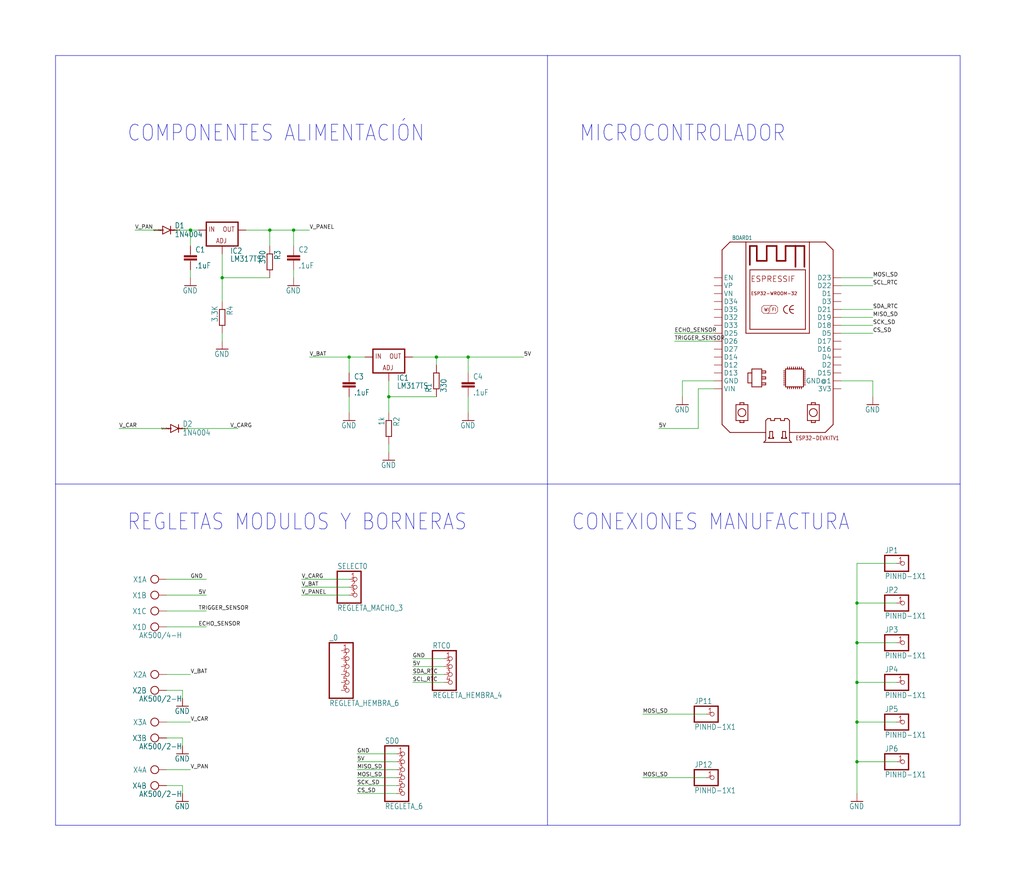
<source format=kicad_sch>
(kicad_sch (version 20250114) (generator "eeschema") (generator_version "9.0")
  (paper "User" 327.812 284.632)
  (lib_symbols
    (symbol "BOARD-eagle-import:AK500/2-H"
      (property "Reference" "X" (at -1.27 0.889 0))
      (symbol "AK500/2-H_1_0"
        (circle (center 1.27 0) (radius 1.27) (stroke (width 0.254)))
        (pin passive line (at 5.08 0 180) (length 2.54) (name "KL") (number "1"))
      )
      (symbol "AK500/2-H_2_0"
        (circle (center 1.27 0) (radius 1.27) (stroke (width 0.254)))
        (pin passive line (at 5.08 0 180) (length 2.54) (name "KL") (number "2"))
      )
    )
    (symbol "BOARD-eagle-import:AK500/4-H"
      (property "Reference" "X" (at -1.27 0.889 0))
      (symbol "AK500/4-H_1_0"
        (circle (center 1.27 0) (radius 1.27) (stroke (width 0.254)))
        (pin passive line (at 5.08 0 180) (length 2.54) (name "KL") (number "1"))
      )
      (symbol "AK500/4-H_2_0"
        (circle (center 1.27 0) (radius 1.27) (stroke (width 0.254)))
        (pin passive line (at 5.08 0 180) (length 2.54) (name "KL") (number "2"))
      )
      (symbol "AK500/4-H_3_0"
        (circle (center 1.27 0) (radius 1.27) (stroke (width 0.254)))
        (pin passive line (at 5.08 0 180) (length 2.54) (name "KL") (number "3"))
      )
      (symbol "AK500/4-H_4_0"
        (circle (center 1.27 0) (radius 1.27) (stroke (width 0.254)))
        (pin passive line (at 5.08 0 180) (length 2.54) (name "KL") (number "4"))
      )
    )
    (symbol "BOARD-eagle-import:C5/2.5"
      (property "Reference" "C" (at 1.524 0.381 0))
      (symbol "C5/2.5_1_0"
        (rectangle (start -2.032 -1.016) (end 2.032 -0.508) (fill (type outline)))
        (rectangle (start -2.032 -2.032) (end 2.032 -1.524) (fill (type outline)))
        (polyline (pts (xy 0 0) (xy 0 -0.508)) (stroke (width 0.1524)))
        (polyline (pts (xy 0 -2.54) (xy 0 -2.032)) (stroke (width 0.1524)))
        (pin passive line (at 0 2.54 270) (length 2.54) (name "1") (number "1"))
        (pin passive line (at 0 -5.08 90) (length 2.54) (name "2") (number "2"))
      )
    )
    (symbol "BOARD-eagle-import:DIODE-D-7.5"
      (property "Reference" "D" (at 2.54 0.4826 0))
      (symbol "DIODE-D-7.5_1_0"
        (polyline (pts (xy -1.27 1.27) (xy -1.27 0)) (stroke (width 0.254)))
        (polyline (pts (xy -1.27 0) (xy -2.54 0)) (stroke (width 0.254)))
        (polyline (pts (xy -1.27 0) (xy -1.27 -1.27)) (stroke (width 0.254)))
        (polyline (pts (xy -1.27 -1.27) (xy 1.27 0)) (stroke (width 0.254)))
        (polyline (pts (xy 1.27 1.27) (xy 1.27 0)) (stroke (width 0.254)))
        (polyline (pts (xy 1.27 0) (xy -1.27 1.27)) (stroke (width 0.254)))
        (polyline (pts (xy 1.27 0) (xy 1.27 -1.27)) (stroke (width 0.254)))
        (polyline (pts (xy 2.54 0) (xy 1.27 0)) (stroke (width 0.254)))
        (text "SpiceOrder 1" (at -2.54 0 0) (effects (font (size 0.4064 0.3454))))
        (text "SpiceOrder 2" (at 2.54 0 0) (effects (font (size 0.4064 0.3454))))
        (pin passive line (at -2.54 0 0) (length 0) (name "A") (number "A"))
        (pin passive line (at 2.54 0 180) (length 0) (name "C") (number "C"))
      )
    )
    (symbol "BOARD-eagle-import:ESP32DEVKITV1"
      (property "Reference" "BOARD" (at 3.175 57.785 0))
      (symbol "ESP32DEVKITV1_1_0"
        (polyline (pts (xy 0 54.61) (xy 2.54 57.15)) (stroke (width 0.254)))
        (polyline (pts (xy 0 -1.27) (xy 0 54.61)) (stroke (width 0.254)))
        (polyline (pts (xy 2.54 57.15) (xy 7.62 57.15)) (stroke (width 0.254)))
        (polyline (pts (xy 2.54 -3.81) (xy 0 -1.27)) (stroke (width 0.254)))
        (polyline (pts (xy 4.445 5.08) (xy 5.715 5.08)) (stroke (width 0.254)))
        (polyline (pts (xy 4.445 0) (xy 4.445 5.08)) (stroke (width 0.254)))
        (polyline (pts (xy 5.715 5.715) (xy 6.985 5.715)) (stroke (width 0.254)))
        (polyline (pts (xy 5.715 5.08) (xy 5.715 5.715)) (stroke (width 0.254)))
        (polyline (pts (xy 5.715 5.08) (xy 6.985 5.08)) (stroke (width 0.254)))
        (polyline (pts (xy 5.715 0) (xy 4.445 0)) (stroke (width 0.254)))
        (polyline (pts (xy 5.715 0) (xy 5.715 -0.635)) (stroke (width 0.254)))
        (polyline (pts (xy 5.715 -0.635) (xy 6.985 -0.635)) (stroke (width 0.254)))
        (circle (center 6.35 2.54) (radius 1.27) (stroke (width 0.254)))
        (polyline (pts (xy 6.985 5.715) (xy 6.985 5.08)) (stroke (width 0.254)))
        (polyline (pts (xy 6.985 5.08) (xy 8.255 5.08)) (stroke (width 0.254)))
        (polyline (pts (xy 6.985 0) (xy 5.715 0)) (stroke (width 0.254)))
        (polyline (pts (xy 6.985 -0.635) (xy 6.985 0)) (stroke (width 0.254)))
        (polyline (pts (xy 7.62 57.15) (xy 27.94 57.15)) (stroke (width 0.254)))
        (polyline (pts (xy 7.62 27.94) (xy 7.62 57.15)) (stroke (width 0.254)))
        (polyline (pts (xy 7.62 27.94) (xy 27.94 27.94)) (stroke (width 0.254)))
        (polyline (pts (xy 8.255 15.24) (xy 9.525 15.24)) (stroke (width 0.254)))
        (polyline (pts (xy 8.255 12.065) (xy 8.255 15.24)) (stroke (width 0.254)))
        (polyline (pts (xy 8.255 12.065) (xy 9.525 12.065)) (stroke (width 0.254)))
        (polyline (pts (xy 8.255 5.08) (xy 8.255 0)) (stroke (width 0.254)))
        (polyline (pts (xy 8.255 0) (xy 6.985 0)) (stroke (width 0.254)))
        (polyline (pts (xy 8.89 55.88) (xy 11.1125 55.88)) (stroke (width 0.508)))
        (polyline (pts (xy 8.89 49.8475) (xy 8.89 55.88)) (stroke (width 0.508)))
        (polyline (pts (xy 8.89 48.26) (xy 8.89 29.21)) (stroke (width 0.254)))
        (polyline (pts (xy 8.89 29.21) (xy 26.67 29.21)) (stroke (width 0.254)))
        (polyline (pts (xy 9.525 16.51) (xy 9.525 15.24)) (stroke (width 0.254)))
        (polyline (pts (xy 9.525 15.24) (xy 9.525 12.065)) (stroke (width 0.254)))
        (polyline (pts (xy 9.525 12.065) (xy 9.525 10.795)) (stroke (width 0.254)))
        (polyline (pts (xy 9.525 10.795) (xy 12.7 10.795)) (stroke (width 0.254)))
        (polyline (pts (xy 11.1125 55.88) (xy 11.1125 51.1175)) (stroke (width 0.508)))
        (polyline (pts (xy 11.1125 51.1175) (xy 14.2875 51.1175)) (stroke (width 0.508)))
        (polyline (pts (xy 12.7 36.195) (xy 13.335 36.83)) (stroke (width 0.127)))
        (polyline (pts (xy 12.7 34.925) (xy 12.7 36.195)) (stroke (width 0.127)))
        (polyline (pts (xy 12.7 16.51) (xy 9.525 16.51)) (stroke (width 0.254)))
        (polyline (pts (xy 12.7 15.875) (xy 12.7 16.51)) (stroke (width 0.254)))
        (polyline (pts (xy 12.7 15.24) (xy 12.7 15.875)) (stroke (width 0.254)))
        (polyline (pts (xy 12.7 15.24) (xy 13.97 15.24)) (stroke (width 0.254)))
        (polyline (pts (xy 12.7 13.97) (xy 12.7 15.24)) (stroke (width 0.254)))
        (polyline (pts (xy 12.7 13.335) (xy 12.7 13.97)) (stroke (width 0.254)))
        (polyline (pts (xy 12.7 13.335) (xy 13.97 13.335)) (stroke (width 0.254)))
        (polyline (pts (xy 12.7 12.065) (xy 12.7 13.335)) (stroke (width 0.254)))
        (polyline (pts (xy 12.7 11.43) (xy 12.7 12.065)) (stroke (width 0.254)))
        (polyline (pts (xy 12.7 11.43) (xy 13.97 11.43)) (stroke (width 0.254)))
        (polyline (pts (xy 12.7 10.795) (xy 12.7 11.43)) (stroke (width 0.254)))
        (polyline (pts (xy 13.335 36.83) (xy 15.875 36.83)) (stroke (width 0.127)))
        (polyline (pts (xy 13.335 34.29) (xy 12.7 34.925)) (stroke (width 0.127)))
        (polyline (pts (xy 13.335 -6.985) (xy 22.225 -6.985)) (stroke (width 0.254)))
        (polyline (pts (xy 13.97 15.875) (xy 12.7 15.875)) (stroke (width 0.254)))
        (polyline (pts (xy 13.97 15.24) (xy 13.97 15.875)) (stroke (width 0.254)))
        (polyline (pts (xy 13.97 13.97) (xy 12.7 13.97)) (stroke (width 0.254)))
        (polyline (pts (xy 13.97 13.335) (xy 13.97 13.97)) (stroke (width 0.254)))
        (polyline (pts (xy 13.97 12.065) (xy 12.7 12.065)) (stroke (width 0.254)))
        (polyline (pts (xy 13.97 11.43) (xy 13.97 12.065)) (stroke (width 0.254)))
        (polyline (pts (xy 13.97 0) (xy 14.605 0.635)) (stroke (width 0.254)))
        (polyline (pts (xy 13.97 -3.81) (xy 2.54 -3.81)) (stroke (width 0.254)))
        (polyline (pts (xy 13.97 -3.81) (xy 13.97 0)) (stroke (width 0.254)))
        (polyline (pts (xy 13.97 -3.81) (xy 13.97 -6.35)) (stroke (width 0.254)))
        (polyline (pts (xy 13.97 -6.35) (xy 13.335 -6.985)) (stroke (width 0.254)))
        (polyline (pts (xy 14.2875 55.88) (xy 17.4625 55.88)) (stroke (width 0.508)))
        (polyline (pts (xy 14.2875 51.1175) (xy 14.2875 55.88)) (stroke (width 0.508)))
        (polyline (pts (xy 14.605 34.29) (xy 13.335 34.29)) (stroke (width 0.127)))
        (polyline (pts (xy 14.605 0.635) (xy 15.5575 0.635)) (stroke (width 0.254)))
        (polyline (pts (xy 14.9225 -5.3975) (xy 15.24 -5.3975)) (stroke (width 0.254)))
        (polyline (pts (xy 14.9225 -5.715) (xy 14.9225 -5.3975)) (stroke (width 0.254)))
        (polyline (pts (xy 15.24 36.195) (xy 15.24 34.925)) (stroke (width 0.127)))
        (polyline (pts (xy 15.24 34.925) (xy 14.605 34.29)) (stroke (width 0.127)))
        (polyline (pts (xy 15.24 -3.4925) (xy 16.1925 -3.4925)) (stroke (width 0.254)))
        (polyline (pts (xy 15.24 -5.3975) (xy 15.24 -3.4925)) (stroke (width 0.254)))
        (polyline (pts (xy 15.5575 0.635) (xy 15.5575 0)) (stroke (width 0.254)))
        (polyline (pts (xy 15.5575 0) (xy 16.8275 0)) (stroke (width 0.254)))
        (polyline (pts (xy 15.875 36.83) (xy 15.24 36.195)) (stroke (width 0.127)))
        (polyline (pts (xy 15.875 36.83) (xy 17.145 36.83)) (stroke (width 0.127)))
        (polyline (pts (xy 16.1925 -3.4925) (xy 16.1925 -5.3975)) (stroke (width 0.254)))
        (polyline (pts (xy 16.51 -5.3975) (xy 16.1925 -5.3975)) (stroke (width 0.254)))
        (polyline (pts (xy 16.51 -5.715) (xy 14.9225 -5.715)) (stroke (width 0.254)))
        (polyline (pts (xy 16.51 -5.715) (xy 16.51 -5.3975)) (stroke (width 0.254)))
        (polyline (pts (xy 16.8275 0.635) (xy 18.7325 0.635)) (stroke (width 0.254)))
        (polyline (pts (xy 16.8275 0) (xy 16.8275 0.635)) (stroke (width 0.254)))
        (polyline (pts (xy 17.145 36.83) (xy 17.78 36.195)) (stroke (width 0.127)))
        (polyline (pts (xy 17.145 34.29) (xy 14.605 34.29)) (stroke (width 0.127)))
        (polyline (pts (xy 17.4625 55.88) (xy 17.4625 51.1175)) (stroke (width 0.508)))
        (polyline (pts (xy 17.4625 51.1175) (xy 20.32 51.1175)) (stroke (width 0.508)))
        (polyline (pts (xy 17.78 36.195) (xy 17.78 34.925)) (stroke (width 0.127)))
        (polyline (pts (xy 17.78 34.925) (xy 17.145 34.29)) (stroke (width 0.127)))
        (polyline (pts (xy 18.7325 0.635) (xy 18.7325 0)) (stroke (width 0.254)))
        (polyline (pts (xy 18.7325 0) (xy 20.0025 0)) (stroke (width 0.254)))
        (polyline (pts (xy 19.05 -5.3975) (xy 19.3675 -5.3975)) (stroke (width 0.254)))
        (polyline (pts (xy 19.05 -5.715) (xy 19.05 -5.3975)) (stroke (width 0.254)))
        (polyline (pts (xy 19.3675 -3.4925) (xy 20.32 -3.4925)) (stroke (width 0.254)))
        (polyline (pts (xy 19.3675 -5.3975) (xy 19.3675 -3.4925)) (stroke (width 0.254)))
        (polyline (pts (xy 20.0025 0.635) (xy 20.955 0.635)) (stroke (width 0.254)))
        (polyline (pts (xy 20.0025 0) (xy 20.0025 0.635)) (stroke (width 0.254)))
        (polyline (pts (xy 20.32 55.88) (xy 23.495 55.88)) (stroke (width 0.508)))
        (polyline (pts (xy 20.32 51.1175) (xy 20.32 55.88)) (stroke (width 0.508)))
        (polyline (pts (xy 20.32 16.51) (xy 20.955 16.51)) (stroke (width 0.254)))
        (polyline (pts (xy 20.32 15.875) (xy 19.685 15.875)) (stroke (width 0.254)))
        (polyline (pts (xy 20.32 15.875) (xy 20.32 16.51)) (stroke (width 0.254)))
        (polyline (pts (xy 20.32 15.24) (xy 19.685 15.24)) (stroke (width 0.254)))
        (polyline (pts (xy 20.32 15.24) (xy 20.32 15.875)) (stroke (width 0.254)))
        (polyline (pts (xy 20.32 14.605) (xy 19.685 14.605)) (stroke (width 0.254)))
        (polyline (pts (xy 20.32 14.605) (xy 20.32 15.24)) (stroke (width 0.254)))
        (polyline (pts (xy 20.32 13.97) (xy 19.685 13.97)) (stroke (width 0.254)))
        (polyline (pts (xy 20.32 13.97) (xy 20.32 14.605)) (stroke (width 0.254)))
        (polyline (pts (xy 20.32 13.335) (xy 19.685 13.335)) (stroke (width 0.254)))
        (polyline (pts (xy 20.32 13.335) (xy 20.32 13.97)) (stroke (width 0.254)))
        (polyline (pts (xy 20.32 12.7) (xy 19.685 12.7)) (stroke (width 0.254)))
        (polyline (pts (xy 20.32 12.7) (xy 20.32 13.335)) (stroke (width 0.254)))
        (polyline (pts (xy 20.32 12.065) (xy 19.685 12.065)) (stroke (width 0.254)))
        (polyline (pts (xy 20.32 12.065) (xy 20.32 12.7)) (stroke (width 0.254)))
        (polyline (pts (xy 20.32 11.43) (xy 19.685 11.43)) (stroke (width 0.254)))
        (polyline (pts (xy 20.32 11.43) (xy 20.32 12.065)) (stroke (width 0.254)))
        (polyline (pts (xy 20.32 10.795) (xy 20.32 11.43)) (stroke (width 0.254)))
        (polyline (pts (xy 20.32 -3.4925) (xy 20.32 -5.3975)) (stroke (width 0.254)))
        (polyline (pts (xy 20.6375 -5.3975) (xy 20.32 -5.3975)) (stroke (width 0.254)))
        (polyline (pts (xy 20.6375 -5.715) (xy 19.05 -5.715)) (stroke (width 0.254)))
        (polyline (pts (xy 20.6375 -5.715) (xy 20.6375 -5.3975)) (stroke (width 0.254)))
        (arc (start 20.955 34.29) (mid 19.685 35.56) (end 20.955 36.83) (stroke (width 0.254)))
        (polyline (pts (xy 20.955 16.51) (xy 20.955 17.145)) (stroke (width 0.254)))
        (polyline (pts (xy 20.955 16.51) (xy 21.59 16.51)) (stroke (width 0.254)))
        (polyline (pts (xy 20.955 10.795) (xy 20.32 10.795)) (stroke (width 0.254)))
        (polyline (pts (xy 20.955 10.795) (xy 20.955 10.16)) (stroke (width 0.254)))
        (polyline (pts (xy 20.955 0.635) (xy 21.59 0)) (stroke (width 0.254)))
        (polyline (pts (xy 21.59 35.56) (xy 22.86 35.56)) (stroke (width 0.254)))
        (polyline (pts (xy 21.59 16.51) (xy 21.59 17.145)) (stroke (width 0.254)))
        (polyline (pts (xy 21.59 16.51) (xy 22.225 16.51)) (stroke (width 0.254)))
        (polyline (pts (xy 21.59 10.795) (xy 20.955 10.795)) (stroke (width 0.254)))
        (polyline (pts (xy 21.59 10.795) (xy 21.59 10.16)) (stroke (width 0.254)))
        (polyline (pts (xy 21.59 0) (xy 21.59 -3.81)) (stroke (width 0.254)))
        (polyline (pts (xy 21.59 -3.81) (xy 21.59 -6.35)) (stroke (width 0.254)))
        (polyline (pts (xy 21.59 -6.35) (xy 22.225 -6.985)) (stroke (width 0.254)))
        (polyline (pts (xy 22.225 16.51) (xy 22.225 17.145)) (stroke (width 0.254)))
        (polyline (pts (xy 22.225 16.51) (xy 22.86 16.51)) (stroke (width 0.254)))
        (polyline (pts (xy 22.225 10.795) (xy 21.59 10.795)) (stroke (width 0.254)))
        (polyline (pts (xy 22.225 10.795) (xy 22.225 10.16)) (stroke (width 0.254)))
        (arc (start 21.59 35.56) (mid 21.962 36.458) (end 22.86 36.83) (stroke (width 0.254)))
        (arc (start 22.86 34.29) (mid 21.962 34.662) (end 21.59 35.56) (stroke (width 0.254)))
        (polyline (pts (xy 22.86 16.51) (xy 22.86 17.145)) (stroke (width 0.254)))
        (polyline (pts (xy 22.86 16.51) (xy 23.495 16.51)) (stroke (width 0.254)))
        (polyline (pts (xy 22.86 10.795) (xy 22.225 10.795)) (stroke (width 0.254)))
        (polyline (pts (xy 22.86 10.795) (xy 22.86 10.16)) (stroke (width 0.254)))
        (polyline (pts (xy 23.495 55.88) (xy 23.495 49.2125)) (stroke (width 0.508)))
        (polyline (pts (xy 23.495 55.88) (xy 26.3525 55.88)) (stroke (width 0.508)))
        (polyline (pts (xy 23.495 16.51) (xy 23.495 17.145)) (stroke (width 0.254)))
        (polyline (pts (xy 23.495 16.51) (xy 24.13 16.51)) (stroke (width 0.254)))
        (polyline (pts (xy 23.495 10.795) (xy 22.86 10.795)) (stroke (width 0.254)))
        (polyline (pts (xy 23.495 10.795) (xy 23.495 10.16)) (stroke (width 0.254)))
        (polyline (pts (xy 24.13 16.51) (xy 24.13 17.145)) (stroke (width 0.254)))
        (polyline (pts (xy 24.13 16.51) (xy 24.765 16.51)) (stroke (width 0.254)))
        (polyline (pts (xy 24.13 10.795) (xy 23.495 10.795)) (stroke (width 0.254)))
        (polyline (pts (xy 24.13 10.795) (xy 24.13 10.16)) (stroke (width 0.254)))
        (polyline (pts (xy 24.765 16.51) (xy 24.765 17.145)) (stroke (width 0.254)))
        (polyline (pts (xy 24.765 16.51) (xy 25.4 16.51)) (stroke (width 0.254)))
        (polyline (pts (xy 24.765 10.795) (xy 24.13 10.795)) (stroke (width 0.254)))
        (polyline (pts (xy 24.765 10.795) (xy 24.765 10.16)) (stroke (width 0.254)))
        (polyline (pts (xy 25.4 16.51) (xy 25.4 17.145)) (stroke (width 0.254)))
        (polyline (pts (xy 25.4 16.51) (xy 26.035 16.51)) (stroke (width 0.254)))
        (polyline (pts (xy 25.4 10.795) (xy 24.765 10.795)) (stroke (width 0.254)))
        (polyline (pts (xy 25.4 10.795) (xy 25.4 10.16)) (stroke (width 0.254)))
        (polyline (pts (xy 26.035 16.51) (xy 26.035 15.875)) (stroke (width 0.254)))
        (polyline (pts (xy 26.035 15.875) (xy 26.035 15.24)) (stroke (width 0.254)))
        (polyline (pts (xy 26.035 15.875) (xy 26.67 15.875)) (stroke (width 0.254)))
        (polyline (pts (xy 26.035 15.24) (xy 26.035 14.605)) (stroke (width 0.254)))
        (polyline (pts (xy 26.035 15.24) (xy 26.67 15.24)) (stroke (width 0.254)))
        (polyline (pts (xy 26.035 14.605) (xy 26.035 13.97)) (stroke (width 0.254)))
        (polyline (pts (xy 26.035 14.605) (xy 26.67 14.605)) (stroke (width 0.254)))
        (polyline (pts (xy 26.035 13.97) (xy 26.035 13.335)) (stroke (width 0.254)))
        (polyline (pts (xy 26.035 13.97) (xy 26.67 13.97)) (stroke (width 0.254)))
        (polyline (pts (xy 26.035 13.335) (xy 26.035 12.7)) (stroke (width 0.254)))
        (polyline (pts (xy 26.035 13.335) (xy 26.67 13.335)) (stroke (width 0.254)))
        (polyline (pts (xy 26.035 12.7) (xy 26.035 12.065)) (stroke (width 0.254)))
        (polyline (pts (xy 26.035 12.7) (xy 26.67 12.7)) (stroke (width 0.254)))
        (polyline (pts (xy 26.035 12.065) (xy 26.035 11.43)) (stroke (width 0.254)))
        (polyline (pts (xy 26.035 12.065) (xy 26.67 12.065)) (stroke (width 0.254)))
        (polyline (pts (xy 26.035 11.43) (xy 26.035 10.795)) (stroke (width 0.254)))
        (polyline (pts (xy 26.035 11.43) (xy 26.67 11.43)) (stroke (width 0.254)))
        (polyline (pts (xy 26.035 10.795) (xy 25.4 10.795)) (stroke (width 0.254)))
        (polyline (pts (xy 26.3525 55.88) (xy 26.3525 49.2125)) (stroke (width 0.508)))
        (polyline (pts (xy 26.67 48.26) (xy 8.89 48.26)) (stroke (width 0.254)))
        (polyline (pts (xy 26.67 29.21) (xy 26.67 48.26)) (stroke (width 0.254)))
        (polyline (pts (xy 27.305 5.08) (xy 28.575 5.08)) (stroke (width 0.254)))
        (polyline (pts (xy 27.305 0) (xy 27.305 5.08)) (stroke (width 0.254)))
        (polyline (pts (xy 27.94 57.15) (xy 33.02 57.15)) (stroke (width 0.254)))
        (polyline (pts (xy 27.94 27.94) (xy 27.94 57.15)) (stroke (width 0.254)))
        (polyline (pts (xy 28.575 5.715) (xy 29.845 5.715)) (stroke (width 0.254)))
        (polyline (pts (xy 28.575 5.08) (xy 28.575 5.715)) (stroke (width 0.254)))
        (polyline (pts (xy 28.575 5.08) (xy 29.845 5.08)) (stroke (width 0.254)))
        (polyline (pts (xy 28.575 0) (xy 27.305 0)) (stroke (width 0.254)))
        (polyline (pts (xy 28.575 0) (xy 28.575 -0.635)) (stroke (width 0.254)))
        (polyline (pts (xy 28.575 -0.635) (xy 29.845 -0.635)) (stroke (width 0.254)))
        (circle (center 29.21 2.54) (radius 1.27) (stroke (width 0.254)))
        (polyline (pts (xy 29.845 5.715) (xy 29.845 5.08)) (stroke (width 0.254)))
        (polyline (pts (xy 29.845 5.08) (xy 31.115 5.08)) (stroke (width 0.254)))
        (polyline (pts (xy 29.845 0) (xy 28.575 0)) (stroke (width 0.254)))
        (polyline (pts (xy 29.845 -0.635) (xy 29.845 0)) (stroke (width 0.254)))
        (polyline (pts (xy 31.115 5.08) (xy 31.115 0)) (stroke (width 0.254)))
        (polyline (pts (xy 31.115 0) (xy 29.845 0)) (stroke (width 0.254)))
        (polyline (pts (xy 33.02 57.15) (xy 35.56 54.61)) (stroke (width 0.254)))
        (polyline (pts (xy 33.02 -3.81) (xy 21.59 -3.81)) (stroke (width 0.254)))
        (polyline (pts (xy 35.56 54.61) (xy 35.56 -1.27)) (stroke (width 0.254)))
        (polyline (pts (xy 35.56 -1.27) (xy 33.02 -3.81)) (stroke (width 0.254)))
        (text "WI" (at 13.335 34.925 0) (effects (font (size 1.016 1.016)) (justify left bottom)))
        (text "FI" (at 15.875 34.925 0) (effects (font (size 1.016 1.016)) (justify left bottom)))
        (text "ESPRESSIF" (at 23.495 46.355 0) (effects (font (size 1.778 1.778)) (justify right top)))
        (text "ESP32-DEVKITV1" (at 23.495 -6.365 0) (effects (font (size 1.27 1.0795)) (justify left bottom)))
        (text "ESP32-WROOM-32" (at 24.13 41.275 0) (effects (font (size 1.016 1.016)) (justify right top)))
        (pin bidirectional line (at -2.54 45.72 0) (length 2.54) (name "EN") (number "EN"))
        (pin bidirectional line (at -2.54 43.18 0) (length 2.54) (name "VP") (number "VP"))
        (pin bidirectional line (at -2.54 40.64 0) (length 2.54) (name "VN") (number "VN"))
        (pin bidirectional line (at -2.54 38.1 0) (length 2.54) (name "D34") (number "D34"))
        (pin bidirectional line (at -2.54 35.56 0) (length 2.54) (name "D35") (number "D35"))
        (pin bidirectional line (at -2.54 33.02 0) (length 2.54) (name "D32") (number "D32"))
        (pin bidirectional line (at -2.54 30.48 0) (length 2.54) (name "D33") (number "D33"))
        (pin bidirectional line (at -2.54 27.94 0) (length 2.54) (name "D25") (number "D25"))
        (pin bidirectional line (at -2.54 25.4 0) (length 2.54) (name "D26") (number "D26"))
        (pin bidirectional line (at -2.54 22.86 0) (length 2.54) (name "D27") (number "D27"))
        (pin bidirectional line (at -2.54 20.32 0) (length 2.54) (name "D14") (number "D14"))
        (pin bidirectional line (at -2.54 17.78 0) (length 2.54) (name "D12") (number "D12"))
        (pin bidirectional line (at -2.54 15.24 0) (length 2.54) (name "D13") (number "D13"))
        (pin bidirectional line (at -2.54 12.7 0) (length 2.54) (name "GND") (number "GND"))
        (pin bidirectional line (at -2.54 10.16 0) (length 2.54) (name "VIN") (number "VIN"))
        (pin bidirectional line (at 38.1 45.72 180) (length 2.54) (name "D23") (number "D23"))
        (pin bidirectional line (at 38.1 43.18 180) (length 2.54) (name "D22") (number "D22"))
        (pin bidirectional line (at 38.1 40.64 180) (length 2.54) (name "D1") (number "D1"))
        (pin bidirectional line (at 38.1 38.1 180) (length 2.54) (name "D3") (number "D3"))
        (pin bidirectional line (at 38.1 35.56 180) (length 2.54) (name "D21") (number "D21"))
        (pin bidirectional line (at 38.1 33.02 180) (length 2.54) (name "D19") (number "D19"))
        (pin bidirectional line (at 38.1 30.48 180) (length 2.54) (name "D18") (number "D18"))
        (pin bidirectional line (at 38.1 27.94 180) (length 2.54) (name "D5") (number "D5"))
        (pin bidirectional line (at 38.1 25.4 180) (length 2.54) (name "D17") (number "D17"))
        (pin bidirectional line (at 38.1 22.86 180) (length 2.54) (name "D16") (number "D16"))
        (pin bidirectional line (at 38.1 20.32 180) (length 2.54) (name "D4") (number "D4"))
        (pin bidirectional line (at 38.1 17.78 180) (length 2.54) (name "D2") (number "D2"))
        (pin bidirectional line (at 38.1 15.24 180) (length 2.54) (name "D15") (number "D15"))
        (pin bidirectional line (at 38.1 12.7 180) (length 2.54) (name "GND@1") (number "GND@1"))
        (pin bidirectional line (at 38.1 10.16 180) (length 2.54) (name "3V3") (number "3V3"))
      )
    )
    (symbol "BOARD-eagle-import:GND" (power)
      (symbol "GND_1_0"
        (polyline (pts (xy -1.905 0) (xy 1.905 0)) (stroke (width 0.254)))
        (pin power_in line (at 0 2.54 270) (length 2.54) (name "GND") (number "1"))
      )
    )
    (symbol "BOARD-eagle-import:LM317TS"
      (property "Reference" "IC" (at 2.54 -7.62 0))
      (symbol "LM317TS_1_0"
        (polyline (pts (xy -5.08 2.54) (xy -5.08 -5.08)) (stroke (width 0.4064)))
        (polyline (pts (xy -5.08 -5.08) (xy 5.08 -5.08)) (stroke (width 0.4064)))
        (polyline (pts (xy 5.08 2.54) (xy -5.08 2.54)) (stroke (width 0.4064)))
        (polyline (pts (xy 5.08 -5.08) (xy 5.08 2.54)) (stroke (width 0.4064)))
        (text "IN" (at -4.445 -0.635 0) (effects (font (size 1.524 1.2954)) (justify left bottom)))
        (text "ADJ" (at -2.032 -4.318 0) (effects (font (size 1.524 1.2954)) (justify left bottom)))
        (text "OUT" (at 0.127 -0.635 0) (effects (font (size 1.524 1.2954)) (justify left bottom)))
        (pin input line (at -7.62 0 0) (length 2.54) (name "IN") (number "3"))
        (pin input line (at 0 -7.62 90) (length 2.54) (name "ADJ") (number "1"))
        (pin passive line (at 7.62 0 180) (length 2.54) (name "OUT") (number "2"))
      )
    )
    (symbol "BOARD-eagle-import:PINHD-1X1"
      (property "Reference" "JP" (at -6.35 3.175 0))
      (symbol "PINHD-1X1_1_0"
        (polyline (pts (xy -6.35 2.54) (xy -6.35 -2.54)) (stroke (width 0.4064)))
        (polyline (pts (xy -6.35 -2.54) (xy 1.27 -2.54)) (stroke (width 0.4064)))
        (polyline (pts (xy 1.27 2.54) (xy -6.35 2.54)) (stroke (width 0.4064)))
        (polyline (pts (xy 1.27 -2.54) (xy 1.27 2.54)) (stroke (width 0.4064)))
        (pin passive inverted (at -2.54 0 0) (length 2.54) (name "1") (number "1"))
      )
    )
    (symbol "BOARD-eagle-import:PINHD-1X3"
      (property "Reference" "JP" (at -6.35 5.715 0))
      (symbol "PINHD-1X3_1_0"
        (polyline (pts (xy -6.35 5.08) (xy -6.35 -5.08)) (stroke (width 0.4064)))
        (polyline (pts (xy -6.35 -5.08) (xy 1.27 -5.08)) (stroke (width 0.4064)))
        (polyline (pts (xy 1.27 5.08) (xy -6.35 5.08)) (stroke (width 0.4064)))
        (polyline (pts (xy 1.27 -5.08) (xy 1.27 5.08)) (stroke (width 0.4064)))
        (pin passive inverted (at -2.54 2.54 0) (length 2.54) (name "1") (number "1"))
        (pin passive inverted (at -2.54 0 0) (length 2.54) (name "2") (number "2"))
        (pin passive inverted (at -2.54 -2.54 0) (length 2.54) (name "3") (number "3"))
      )
    )
    (symbol "BOARD-eagle-import:PINHD-1X4"
      (property "Reference" "JP" (at -6.35 8.255 0))
      (symbol "PINHD-1X4_1_0"
        (polyline (pts (xy -6.35 7.62) (xy -6.35 -5.08)) (stroke (width 0.4064)))
        (polyline (pts (xy -6.35 -5.08) (xy 1.27 -5.08)) (stroke (width 0.4064)))
        (polyline (pts (xy 1.27 7.62) (xy -6.35 7.62)) (stroke (width 0.4064)))
        (polyline (pts (xy 1.27 -5.08) (xy 1.27 7.62)) (stroke (width 0.4064)))
        (pin passive inverted (at -2.54 5.08 0) (length 2.54) (name "1") (number "1"))
        (pin passive inverted (at -2.54 2.54 0) (length 2.54) (name "2") (number "2"))
        (pin passive inverted (at -2.54 0 0) (length 2.54) (name "3") (number "3"))
        (pin passive inverted (at -2.54 -2.54 0) (length 2.54) (name "4") (number "4"))
      )
    )
    (symbol "BOARD-eagle-import:PINHD-1X6"
      (property "Reference" "JP" (at -6.35 10.795 0))
      (symbol "PINHD-1X6_1_0"
        (polyline (pts (xy -6.35 10.16) (xy -6.35 -7.62)) (stroke (width 0.4064)))
        (polyline (pts (xy -6.35 -7.62) (xy 1.27 -7.62)) (stroke (width 0.4064)))
        (polyline (pts (xy 1.27 10.16) (xy -6.35 10.16)) (stroke (width 0.4064)))
        (polyline (pts (xy 1.27 -7.62) (xy 1.27 10.16)) (stroke (width 0.4064)))
        (pin passive inverted (at -2.54 7.62 0) (length 2.54) (name "1") (number "1"))
        (pin passive inverted (at -2.54 5.08 0) (length 2.54) (name "2") (number "2"))
        (pin passive inverted (at -2.54 2.54 0) (length 2.54) (name "3") (number "3"))
        (pin passive inverted (at -2.54 0 0) (length 2.54) (name "4") (number "4"))
        (pin passive inverted (at -2.54 -2.54 0) (length 2.54) (name "5") (number "5"))
        (pin passive inverted (at -2.54 -5.08 0) (length 2.54) (name "6") (number "6"))
      )
    )
    (symbol "BOARD-eagle-import:R-EU_0204/7"
      (property "Reference" "R" (at -3.81 1.4986 0))
      (symbol "R-EU_0204/7_1_0"
        (polyline (pts (xy -2.54 -0.889) (xy -2.54 0.889)) (stroke (width 0.254)))
        (polyline (pts (xy -2.54 -0.889) (xy 2.54 -0.889)) (stroke (width 0.254)))
        (polyline (pts (xy 2.54 0.889) (xy -2.54 0.889)) (stroke (width 0.254)))
        (polyline (pts (xy 2.54 -0.889) (xy 2.54 0.889)) (stroke (width 0.254)))
        (pin passive line (at -5.08 0 0) (length 2.54) (name "1") (number "1"))
        (pin passive line (at 5.08 0 180) (length 2.54) (name "2") (number "2"))
      )
    )
  )
  (text "CONEXIONES MANUFACTURA" (at 182.88 170.18 0) (effects (font (size 5.08 4.318)) (justify left bottom)))
  (text "MICROCONTROLADOR" (at 185.42 45.72 0) (effects (font (size 5.08 4.318)) (justify left bottom)))
  (text "COMPONENTES ALIMENTACIÓN" (at 40.64 45.72 0) (effects (font (size 5.08 4.318)) (justify left bottom)))
  (text "REGLETAS MODULOS Y BORNERAS" (at 40.64 170.18 0) (effects (font (size 5.08 4.318)) (justify left bottom)))
  (junction (at 71.12 88.9))
  (junction (at 93.98 73.66))
  (junction (at 86.36 73.66))
  (junction (at 124.46 127))
  (junction (at 274.32 243.84))
  (junction (at 139.7 114.3))
  (junction (at 274.32 231.14))
  (junction (at 149.86 114.3))
  (junction (at 274.32 193.04))
  (junction (at 111.76 114.3))
  (junction (at 274.32 205.74))
  (junction (at 60.96 73.66))
  (junction (at 274.32 218.44))
  (wire (pts (xy 127 243.84) (xy 114.3 243.84)) (stroke (width 0.1524)))
  (wire (pts (xy 58.42 220.98) (xy 58.42 223.52)) (stroke (width 0.1524)))
  (wire (pts (xy 53.34 200.66) (xy 66.04 200.66)) (stroke (width 0.1524)))
  (wire (pts (xy 149.86 119.38) (xy 149.86 114.3)) (stroke (width 0.1524)))
  (wire (pts (xy 142.24 218.44) (xy 132.08 218.44)) (stroke (width 0.1524)))
  (wire (pts (xy 111.76 119.38) (xy 111.76 114.3)) (stroke (width 0.1524)))
  (wire (pts (xy 274.32 193.04) (xy 274.32 205.74)) (stroke (width 0.1524)))
  (wire (pts (xy 71.12 106.68) (xy 71.12 109.22)) (stroke (width 0.1524)))
  (wire (pts (xy 53.34 246.38) (xy 60.96 246.38)) (stroke (width 0.1524)))
  (wire (pts (xy 269.24 101.6) (xy 279.4 101.6)) (stroke (width 0.1524)))
  (wire (pts (xy 127 248.92) (xy 114.3 248.92)) (stroke (width 0.1524)))
  (wire (pts (xy 71.12 81.28) (xy 71.12 88.9)) (stroke (width 0.1524)))
  (wire (pts (xy 116.84 114.3) (xy 111.76 114.3)) (stroke (width 0.1524)))
  (wire (pts (xy 269.24 99.06) (xy 279.4 99.06)) (stroke (width 0.1524)))
  (wire (pts (xy 53.34 215.9) (xy 60.96 215.9)) (stroke (width 0.1524)))
  (wire (pts (xy 111.76 114.3) (xy 99.06 114.3)) (stroke (width 0.1524)))
  (polyline (pts (xy 17.78 154.94) (xy 17.78 17.78)) (stroke (width 0.1524) (type solid)))
  (wire (pts (xy 149.86 114.3) (xy 167.64 114.3)) (stroke (width 0.1524)))
  (wire (pts (xy 287.02 231.14) (xy 274.32 231.14)) (stroke (width 0.1524)))
  (wire (pts (xy 139.7 116.84) (xy 139.7 114.3)) (stroke (width 0.1524)))
  (wire (pts (xy 86.36 73.66) (xy 86.36 78.74)) (stroke (width 0.1524)))
  (wire (pts (xy 50.8 73.66) (xy 43.18 73.66)) (stroke (width 0.1524)))
  (polyline (pts (xy 307.34 264.16) (xy 175.26 264.16)) (stroke (width 0.1524) (type solid)))
  (wire (pts (xy 60.96 78.74) (xy 60.96 73.66)) (stroke (width 0.1524)))
  (wire (pts (xy 93.98 86.36) (xy 93.98 88.9)) (stroke (width 0.1524)))
  (wire (pts (xy 58.42 137.16) (xy 76.2 137.16)) (stroke (width 0.1524)))
  (wire (pts (xy 274.32 180.34) (xy 274.32 193.04)) (stroke (width 0.1524)))
  (wire (pts (xy 127 241.3) (xy 114.3 241.3)) (stroke (width 0.1524)))
  (wire (pts (xy 60.96 86.36) (xy 60.96 88.9)) (stroke (width 0.1524)))
  (wire (pts (xy 71.12 88.9) (xy 71.12 96.52)) (stroke (width 0.1524)))
  (wire (pts (xy 274.32 218.44) (xy 274.32 231.14)) (stroke (width 0.1524)))
  (wire (pts (xy 218.44 127) (xy 218.44 121.92)) (stroke (width 0.1524)))
  (wire (pts (xy 111.76 190.5) (xy 96.52 190.5)) (stroke (width 0.1524)))
  (polyline (pts (xy 175.26 264.16) (xy 17.78 264.16)) (stroke (width 0.1524) (type solid)))
  (wire (pts (xy 269.24 121.92) (xy 279.4 121.92)) (stroke (width 0.1524)))
  (polyline (pts (xy 175.26 17.78) (xy 175.26 264.16)) (stroke (width 0.1524) (type solid)))
  (wire (pts (xy 269.24 91.44) (xy 279.4 91.44)) (stroke (width 0.1524)))
  (wire (pts (xy 287.02 180.34) (xy 274.32 180.34)) (stroke (width 0.1524)))
  (wire (pts (xy 78.74 73.66) (xy 86.36 73.66)) (stroke (width 0.1524)))
  (wire (pts (xy 142.24 213.36) (xy 132.08 213.36)) (stroke (width 0.1524)))
  (wire (pts (xy 287.02 205.74) (xy 274.32 205.74)) (stroke (width 0.1524)))
  (polyline (pts (xy 17.78 154.94) (xy 307.34 154.94)) (stroke (width 0.1524) (type solid)))
  (wire (pts (xy 228.6 109.22) (xy 215.9 109.22)) (stroke (width 0.1524)))
  (wire (pts (xy 53.34 137.16) (xy 38.1 137.16)) (stroke (width 0.1524)))
  (wire (pts (xy 127 246.38) (xy 114.3 246.38)) (stroke (width 0.1524)))
  (wire (pts (xy 127 254) (xy 114.3 254)) (stroke (width 0.1524)))
  (polyline (pts (xy 17.78 264.16) (xy 17.78 154.94)) (stroke (width 0.1524) (type solid)))
  (wire (pts (xy 58.42 251.46) (xy 58.42 254)) (stroke (width 0.1524)))
  (wire (pts (xy 279.4 121.92) (xy 279.4 127)) (stroke (width 0.1524)))
  (wire (pts (xy 139.7 127) (xy 124.46 127)) (stroke (width 0.1524)))
  (wire (pts (xy 124.46 127) (xy 124.46 132.08)) (stroke (width 0.1524)))
  (wire (pts (xy 274.32 254) (xy 274.32 243.84)) (stroke (width 0.1524)))
  (wire (pts (xy 55.88 73.66) (xy 60.96 73.66)) (stroke (width 0.1524)))
  (polyline (pts (xy 307.34 17.78) (xy 307.34 154.94)) (stroke (width 0.1524) (type solid)))
  (wire (pts (xy 93.98 78.74) (xy 93.98 73.66)) (stroke (width 0.1524)))
  (wire (pts (xy 53.34 190.5) (xy 66.04 190.5)) (stroke (width 0.1524)))
  (wire (pts (xy 53.34 231.14) (xy 60.96 231.14)) (stroke (width 0.1524)))
  (wire (pts (xy 132.08 114.3) (xy 139.7 114.3)) (stroke (width 0.1524)))
  (wire (pts (xy 226.06 228.6) (xy 205.74 228.6)) (stroke (width 0.1524)))
  (wire (pts (xy 287.02 193.04) (xy 274.32 193.04)) (stroke (width 0.1524)))
  (wire (pts (xy 149.86 127) (xy 149.86 132.08)) (stroke (width 0.1524)))
  (wire (pts (xy 269.24 106.68) (xy 279.4 106.68)) (stroke (width 0.1524)))
  (wire (pts (xy 124.46 142.24) (xy 124.46 144.78)) (stroke (width 0.1524)))
  (wire (pts (xy 60.96 73.66) (xy 63.5 73.66)) (stroke (width 0.1524)))
  (wire (pts (xy 269.24 88.9) (xy 279.4 88.9)) (stroke (width 0.1524)))
  (polyline (pts (xy 17.78 17.78) (xy 175.26 17.78)) (stroke (width 0.1524) (type solid)))
  (wire (pts (xy 93.98 73.66) (xy 99.06 73.66)) (stroke (width 0.1524)))
  (wire (pts (xy 111.76 187.96) (xy 96.52 187.96)) (stroke (width 0.1524)))
  (wire (pts (xy 269.24 104.14) (xy 279.4 104.14)) (stroke (width 0.1524)))
  (wire (pts (xy 58.42 236.22) (xy 58.42 238.76)) (stroke (width 0.1524)))
  (wire (pts (xy 218.44 121.92) (xy 228.6 121.92)) (stroke (width 0.1524)))
  (wire (pts (xy 53.34 220.98) (xy 58.42 220.98)) (stroke (width 0.1524)))
  (wire (pts (xy 86.36 73.66) (xy 93.98 73.66)) (stroke (width 0.1524)))
  (wire (pts (xy 139.7 114.3) (xy 149.86 114.3)) (stroke (width 0.1524)))
  (wire (pts (xy 228.6 124.46) (xy 223.52 124.46)) (stroke (width 0.1524)))
  (wire (pts (xy 111.76 127) (xy 111.76 132.08)) (stroke (width 0.1524)))
  (wire (pts (xy 228.6 106.68) (xy 215.9 106.68)) (stroke (width 0.1524)))
  (wire (pts (xy 111.76 185.42) (xy 96.52 185.42)) (stroke (width 0.1524)))
  (wire (pts (xy 53.34 236.22) (xy 58.42 236.22)) (stroke (width 0.1524)))
  (wire (pts (xy 223.52 137.16) (xy 210.82 137.16)) (stroke (width 0.1524)))
  (wire (pts (xy 124.46 121.92) (xy 124.46 127)) (stroke (width 0.1524)))
  (wire (pts (xy 86.36 88.9) (xy 71.12 88.9)) (stroke (width 0.1524)))
  (wire (pts (xy 287.02 243.84) (xy 274.32 243.84)) (stroke (width 0.1524)))
  (polyline (pts (xy 175.26 17.78) (xy 307.34 17.78)) (stroke (width 0.1524) (type solid)))
  (polyline (pts (xy 307.34 154.94) (xy 307.34 264.16)) (stroke (width 0.1524) (type solid)))
  (wire (pts (xy 274.32 205.74) (xy 274.32 218.44)) (stroke (width 0.1524)))
  (wire (pts (xy 53.34 251.46) (xy 58.42 251.46)) (stroke (width 0.1524)))
  (wire (pts (xy 274.32 231.14) (xy 274.32 243.84)) (stroke (width 0.1524)))
  (wire (pts (xy 226.06 248.92) (xy 205.74 248.92)) (stroke (width 0.1524)))
  (wire (pts (xy 223.52 124.46) (xy 223.52 137.16)) (stroke (width 0.1524)))
  (wire (pts (xy 127 251.46) (xy 114.3 251.46)) (stroke (width 0.1524)))
  (wire (pts (xy 53.34 195.58) (xy 66.04 195.58)) (stroke (width 0.1524)))
  (wire (pts (xy 142.24 210.82) (xy 132.08 210.82)) (stroke (width 0.1524)))
  (wire (pts (xy 53.34 185.42) (xy 66.04 185.42)) (stroke (width 0.1524)))
  (wire (pts (xy 142.24 215.9) (xy 132.08 215.9)) (stroke (width 0.1524)))
  (wire (pts (xy 287.02 218.44) (xy 274.32 218.44)) (stroke (width 0.1524)))
  (label "SCL_RTC" (at 279.4 91.44 0) (effects (font (size 1.2446 1.2446))))
  (label "V_BAT" (at 99.06 114.3 0) (effects (font (size 1.2446 1.2446))))
  (label "ECHO_SENSOR" (at 215.9 106.68 0) (effects (font (size 1.2446 1.2446))))
  (label "V_PANEL" (at 96.52 190.5 0) (effects (font (size 1.2446 1.2446))))
  (label "CS_SD" (at 114.3 254 0) (effects (font (size 1.2446 1.2446))))
  (label "GND" (at 132.08 210.82 0) (effects (font (size 1.2446 1.2446))))
  (label "SCK_SD" (at 114.3 251.46 0) (effects (font (size 1.2446 1.2446))))
  (label "MOSI_SD" (at 279.4 88.9 0) (effects (font (size 1.2446 1.2446))))
  (label "5V" (at 114.3 243.84 0) (effects (font (size 1.2446 1.2446))))
  (label "TRIGGER_SENSOR" (at 215.9 109.22 0) (effects (font (size 1.2446 1.2446))))
  (label "5V" (at 210.82 137.16 0) (effects (font (size 1.2446 1.2446))))
  (label "GND" (at 60.96 185.42 0) (effects (font (size 1.2446 1.2446))))
  (label "V_PAN" (at 60.96 246.38 0) (effects (font (size 1.2446 1.2446))))
  (label "SDA_RTC" (at 132.08 215.9 0) (effects (font (size 1.2446 1.2446))))
  (label "5V" (at 63.5 190.5 0) (effects (font (size 1.2446 1.2446))))
  (label "MOSI_SD" (at 205.74 228.6 0) (effects (font (size 1.2446 1.2446))))
  (label "MISO_SD" (at 279.4 101.6 0) (effects (font (size 1.2446 1.2446))))
  (label "V_CAR" (at 38.1 137.16 0) (effects (font (size 1.2446 1.2446))))
  (label "ECHO_SENSOR" (at 63.5 200.66 0) (effects (font (size 1.2446 1.2446))))
  (label "TRIGGER_SENSOR" (at 63.5 195.58 0) (effects (font (size 1.2446 1.2446))))
  (label "MOSI_SD" (at 205.74 248.92 0) (effects (font (size 1.2446 1.2446))))
  (label "V_CARG" (at 73.66 137.16 0) (effects (font (size 1.2446 1.2446))))
  (label "SCL_RTC" (at 132.08 218.44 0) (effects (font (size 1.2446 1.2446))))
  (label "V_CARG" (at 96.52 185.42 0) (effects (font (size 1.2446 1.2446))))
  (label "V_BAT" (at 96.52 187.96 0) (effects (font (size 1.2446 1.2446))))
  (label "5V" (at 167.64 114.3 0) (effects (font (size 1.2446 1.2446))))
  (label "GND" (at 114.3 241.3 0) (effects (font (size 1.2446 1.2446))))
  (label "V_PANEL" (at 99.06 73.66 0) (effects (font (size 1.2446 1.2446))))
  (label "SDA_RTC" (at 279.4 99.06 0) (effects (font (size 1.2446 1.2446))))
  (label "V_CAR" (at 60.96 231.14 0) (effects (font (size 1.2446 1.2446))))
  (label "V_BAT" (at 60.96 215.9 0) (effects (font (size 1.2446 1.2446))))
  (label "CS_SD" (at 279.4 106.68 0) (effects (font (size 1.2446 1.2446))))
  (label "MISO_SD" (at 114.3 246.38 0) (effects (font (size 1.2446 1.2446))))
  (label "V_PAN" (at 43.18 73.66 0) (effects (font (size 1.2446 1.2446))))
  (label "MOSI_SD" (at 114.3 248.92 0) (effects (font (size 1.2446 1.2446))))
  (label "5V" (at 132.08 213.36 0) (effects (font (size 1.2446 1.2446))))
  (label "SCK_SD" (at 279.4 104.14 0) (effects (font (size 1.2446 1.2446))))
  (symbol (lib_id "BOARD-eagle-import:R-EU_0204/7") (at 124.46 137.16 270) (unit 1)
    (property "Reference" "R2" (at 125.9586 133.35 0) (effects (font (size 1.778 1.5113)) (justify left bottom)))
    (property "Value" "1k" (at 121.158 133.35 0) (effects (font (size 1.778 1.5113)) (justify left bottom)))
    (property "Footprint" "BOARD:0204_7" (effects (hide yes)))
  )
  (symbol (lib_id "BOARD-eagle-import:GND") (at 58.42 241.3 0) (unit 1)
    (property "Reference" "#GND7" (effects (hide yes)))
    (property "Value" "GND" (at 55.88 243.84 0) (effects (font (size 1.778 1.5113)) (justify left bottom)))
  )
  (symbol (lib_id "BOARD-eagle-import:GND") (at 58.42 226.06 0) (unit 1)
    (property "Reference" "#GND6" (effects (hide yes)))
    (property "Value" "GND" (at 55.88 228.6 0) (effects (font (size 1.778 1.5113)) (justify left bottom)))
  )
  (symbol (lib_id "BOARD-eagle-import:AK500/2-H") (at 48.26 231.14 0) (unit 1)
    (property "Reference" "X3" (at 46.99 230.251 0) (effects (font (size 1.778 1.5113)) (justify right top)))
    (property "Value" "AK500/2-H" (effects (hide yes)))
    (property "Footprint" "BOARD:AK500_2-H" (effects (hide yes)))
  )
  (symbol (lib_id "BOARD-eagle-import:PINHD-1X1") (at 289.56 218.44 0) (unit 1)
    (property "Reference" "JP4" (at 283.21 215.265 0) (effects (font (size 1.778 1.5113)) (justify left bottom)))
    (property "Value" "PINHD-1X1" (at 283.21 223.52 0) (effects (font (size 1.778 1.5113)) (justify left bottom)))
    (property "Footprint" "BOARD:1X01" (effects (hide yes)))
  )
  (symbol (lib_id "BOARD-eagle-import:AK500/2-H") (at 48.26 246.38 0) (unit 1)
    (property "Reference" "X4" (at 46.99 245.491 0) (effects (font (size 1.778 1.5113)) (justify right top)))
    (property "Value" "AK500/2-H" (effects (hide yes)))
    (property "Footprint" "BOARD:AK500_2-H" (effects (hide yes)))
  )
  (symbol (lib_id "BOARD-eagle-import:AK500/4-H") (at 48.26 185.42 0) (unit 1)
    (property "Reference" "X1" (at 46.99 184.531 0) (effects (font (size 1.778 1.5113)) (justify right top)))
    (property "Value" "AK500/4-H" (effects (hide yes)))
    (property "Footprint" "BOARD:AK500_4-H" (effects (hide yes)))
  )
  (symbol (lib_id "BOARD-eagle-import:GND") (at 274.32 256.54 0) (unit 1)
    (property "Reference" "#GND5" (effects (hide yes)))
    (property "Value" "GND" (at 271.78 259.08 0) (effects (font (size 1.778 1.5113)) (justify left bottom)))
  )
  (symbol (lib_id "BOARD-eagle-import:C5/2.5") (at 93.98 81.28 0) (unit 1)
    (property "Reference" "C2" (at 95.504 80.899 0) (effects (font (size 1.778 1.5113)) (justify left bottom)))
    (property "Value" ".1uF" (at 95.504 85.979 0) (effects (font (size 1.778 1.5113)) (justify left bottom)))
    (property "Footprint" "BOARD:C5B2.5" (effects (hide yes)))
  )
  (symbol (lib_id "BOARD-eagle-import:PINHD-1X1") (at 228.6 228.6 0) (unit 1)
    (property "Reference" "JP11" (at 222.25 225.425 0) (effects (font (size 1.778 1.5113)) (justify left bottom)))
    (property "Value" "PINHD-1X1" (at 222.25 233.68 0) (effects (font (size 1.778 1.5113)) (justify left bottom)))
    (property "Footprint" "BOARD:1X01" (effects (hide yes)))
  )
  (symbol (lib_id "BOARD-eagle-import:GND") (at 71.12 111.76 0) (unit 1)
    (property "Reference" "#GND2" (effects (hide yes)))
    (property "Value" "GND" (at 68.58 114.3 0) (effects (font (size 1.778 1.5113)) (justify left bottom)))
  )
  (symbol (lib_id "BOARD-eagle-import:LM317TS") (at 71.12 73.66 0) (unit 1)
    (property "Reference" "IC2" (at 73.66 81.28 0) (effects (font (size 1.778 1.5113)) (justify left bottom)))
    (property "Value" "LM317TS" (at 73.66 83.82 0) (effects (font (size 1.778 1.5113)) (justify left bottom)))
    (property "Footprint" "BOARD:317TS" (effects (hide yes)))
  )
  (symbol (lib_id "BOARD-eagle-import:PINHD-1X4") (at 144.78 215.9 0) (unit 1)
    (property "Reference" "RTC0" (at 138.43 207.645 0) (effects (font (size 1.778 1.5113)) (justify left bottom)))
    (property "Value" "REGLETA_HEMBRA_4" (at 138.43 223.52 0) (effects (font (size 1.778 1.5113)) (justify left bottom)))
    (property "Footprint" "BOARD:1X04" (effects (hide yes)))
  )
  (symbol (lib_id "BOARD-eagle-import:R-EU_0204/7") (at 86.36 83.82 270) (unit 1)
    (property "Reference" "R3" (at 87.8586 80.01 0) (effects (font (size 1.778 1.5113)) (justify left bottom)))
    (property "Value" "390" (at 83.058 80.01 0) (effects (font (size 1.778 1.5113)) (justify left bottom)))
    (property "Footprint" "BOARD:0204_7" (effects (hide yes)))
  )
  (symbol (lib_id "BOARD-eagle-import:GND") (at 218.44 129.54 0) (unit 1)
    (property "Reference" "#GND3" (effects (hide yes)))
    (property "Value" "GND" (at 215.9 132.08 0) (effects (font (size 1.778 1.5113)) (justify left bottom)))
  )
  (symbol (lib_id "BOARD-eagle-import:C5/2.5") (at 149.86 121.92 0) (unit 1)
    (property "Reference" "C4" (at 151.384 121.539 0) (effects (font (size 1.778 1.5113)) (justify left bottom)))
    (property "Value" ".1uF" (at 151.384 126.619 0) (effects (font (size 1.778 1.5113)) (justify left bottom)))
    (property "Footprint" "BOARD:C5B2.5" (effects (hide yes)))
  )
  (symbol (lib_id "BOARD-eagle-import:DIODE-D-7.5") (at 53.34 73.66 0) (unit 1)
    (property "Reference" "D1" (at 55.88 73.1774 0) (effects (font (size 1.778 1.5113)) (justify left bottom)))
    (property "Value" "1N4004" (at 55.88 75.9714 0) (effects (font (size 1.778 1.5113)) (justify left bottom)))
    (property "Footprint" "BOARD:D-7.5" (effects (hide yes)))
  )
  (symbol (lib_id "BOARD-eagle-import:AK500/2-H") (at 48.26 215.9 0) (unit 1)
    (property "Reference" "X2" (at 46.99 215.011 0) (effects (font (size 1.778 1.5113)) (justify right top)))
    (property "Value" "AK500/2-H" (effects (hide yes)))
    (property "Footprint" "BOARD:AK500_2-H" (effects (hide yes)))
  )
  (symbol (lib_id "BOARD-eagle-import:PINHD-1X1") (at 289.56 193.04 0) (unit 1)
    (property "Reference" "JP2" (at 283.21 189.865 0) (effects (font (size 1.778 1.5113)) (justify left bottom)))
    (property "Value" "PINHD-1X1" (at 283.21 198.12 0) (effects (font (size 1.778 1.5113)) (justify left bottom)))
    (property "Footprint" "BOARD:1X01" (effects (hide yes)))
  )
  (symbol (lib_id "BOARD-eagle-import:AK500/4-H") (at 48.26 195.58 0) (unit 3)
    (property "Reference" "X1" (at 46.99 194.691 0) (effects (font (size 1.778 1.5113)) (justify right top)))
    (property "Value" "AK500/4-H" (effects (hide yes)))
    (property "Footprint" "BOARD:AK500_4-H" (effects (hide yes)))
  )
  (symbol (lib_id "BOARD-eagle-import:GND") (at 149.86 134.62 0) (unit 1)
    (property "Reference" "#GND12" (effects (hide yes)))
    (property "Value" "GND" (at 147.32 137.16 0) (effects (font (size 1.778 1.5113)) (justify left bottom)))
  )
  (symbol (lib_id "BOARD-eagle-import:GND") (at 124.46 147.32 0) (unit 1)
    (property "Reference" "#GND1" (effects (hide yes)))
    (property "Value" "GND" (at 121.92 149.86 0) (effects (font (size 1.778 1.5113)) (justify left bottom)))
  )
  (symbol (lib_id "BOARD-eagle-import:PINHD-1X1") (at 289.56 205.74 0) (unit 1)
    (property "Reference" "JP3" (at 283.21 202.565 0) (effects (font (size 1.778 1.5113)) (justify left bottom)))
    (property "Value" "PINHD-1X1" (at 283.21 210.82 0) (effects (font (size 1.778 1.5113)) (justify left bottom)))
    (property "Footprint" "BOARD:1X01" (effects (hide yes)))
  )
  (symbol (lib_id "BOARD-eagle-import:GND") (at 279.4 129.54 0) (unit 1)
    (property "Reference" "#GND4" (effects (hide yes)))
    (property "Value" "GND" (at 276.86 132.08 0) (effects (font (size 1.778 1.5113)) (justify left bottom)))
  )
  (symbol (lib_id "BOARD-eagle-import:PINHD-1X6") (at 129.54 248.92 0) (unit 1)
    (property "Reference" "SD0" (at 123.19 238.125 0) (effects (font (size 1.778 1.5113)) (justify left bottom)))
    (property "Value" "REGLETA_6" (at 123.19 259.08 0) (effects (font (size 1.778 1.5113)) (justify left bottom)))
    (property "Footprint" "BOARD:1X06" (effects (hide yes)))
  )
  (symbol (lib_id "BOARD-eagle-import:ESP32DEVKITV1") (at 231.14 134.62 0) (unit 1)
    (property "Reference" "BOARD1" (at 234.315 76.835 0) (effects (font (size 1.27 1.0795)) (justify left bottom)))
    (property "Value" "ESP32DEVKITV1" (effects (hide yes)))
    (property "Footprint" "BOARD:ESP32-DEVKITV1" (effects (hide yes)))
  )
  (symbol (lib_id "BOARD-eagle-import:LM317TS") (at 124.46 114.3 0) (unit 1)
    (property "Reference" "IC1" (at 127 121.92 0) (effects (font (size 1.778 1.5113)) (justify left bottom)))
    (property "Value" "LM317TS" (at 127 124.46 0) (effects (font (size 1.778 1.5113)) (justify left bottom)))
    (property "Footprint" "BOARD:317TS" (effects (hide yes)))
  )
  (symbol (lib_id "BOARD-eagle-import:GND") (at 111.76 134.62 0) (unit 1)
    (property "Reference" "#GND11" (effects (hide yes)))
    (property "Value" "GND" (at 109.22 137.16 0) (effects (font (size 1.778 1.5113)) (justify left bottom)))
  )
  (symbol (lib_id "BOARD-eagle-import:AK500/4-H") (at 48.26 190.5 0) (unit 2)
    (property "Reference" "X1" (at 46.99 189.611 0) (effects (font (size 1.778 1.5113)) (justify right top)))
    (property "Value" "AK500/4-H" (effects (hide yes)))
    (property "Footprint" "BOARD:AK500_4-H" (effects (hide yes)))
  )
  (symbol (lib_id "BOARD-eagle-import:AK500/2-H") (at 48.26 236.22 0) (unit 2)
    (property "Reference" "X3" (at 46.99 235.331 0) (effects (font (size 1.778 1.5113)) (justify right top)))
    (property "Value" "AK500/2-H" (at 44.45 239.903 0) (effects (font (size 1.778 1.5113)) (justify left bottom)))
    (property "Footprint" "BOARD:AK500_2-H" (effects (hide yes)))
  )
  (symbol (lib_id "BOARD-eagle-import:GND") (at 93.98 91.44 0) (unit 1)
    (property "Reference" "#GND10" (effects (hide yes)))
    (property "Value" "GND" (at 91.44 93.98 0) (effects (font (size 1.778 1.5113)) (justify left bottom)))
  )
  (symbol (lib_id "BOARD-eagle-import:DIODE-D-7.5") (at 55.88 137.16 0) (unit 1)
    (property "Reference" "D2" (at 58.42 136.6774 0) (effects (font (size 1.778 1.5113)) (justify left bottom)))
    (property "Value" "1N4004" (at 58.42 139.4714 0) (effects (font (size 1.778 1.5113)) (justify left bottom)))
    (property "Footprint" "BOARD:D-7.5" (effects (hide yes)))
  )
  (symbol (lib_id "BOARD-eagle-import:PINHD-1X3") (at 114.3 187.96 0) (unit 1)
    (property "Reference" "SELECT0" (at 107.95 182.245 0) (effects (font (size 1.778 1.5113)) (justify left bottom)))
    (property "Value" "REGLETA_MACHO_3" (at 107.95 195.58 0) (effects (font (size 1.778 1.5113)) (justify left bottom)))
    (property "Footprint" "BOARD:1X03" (effects (hide yes)))
  )
  (symbol (lib_id "BOARD-eagle-import:C5/2.5") (at 111.76 121.92 0) (unit 1)
    (property "Reference" "C3" (at 113.284 121.539 0) (effects (font (size 1.778 1.5113)) (justify left bottom)))
    (property "Value" ".1uF" (at 113.284 126.619 0) (effects (font (size 1.778 1.5113)) (justify left bottom)))
    (property "Footprint" "BOARD:C5B2.5" (effects (hide yes)))
  )
  (symbol (lib_id "BOARD-eagle-import:R-EU_0204/7") (at 139.7 121.92 90) (unit 1)
    (property "Reference" "R1" (at 138.2014 125.73 0) (effects (font (size 1.778 1.5113)) (justify left bottom)))
    (property "Value" "330" (at 143.002 125.73 0) (effects (font (size 1.778 1.5113)) (justify left bottom)))
    (property "Footprint" "BOARD:0204_7" (effects (hide yes)))
  )
  (symbol (lib_id "BOARD-eagle-import:AK500/2-H") (at 48.26 251.46 0) (unit 2)
    (property "Reference" "X4" (at 46.99 250.571 0) (effects (font (size 1.778 1.5113)) (justify right top)))
    (property "Value" "AK500/2-H" (at 44.45 255.143 0) (effects (font (size 1.778 1.5113)) (justify left bottom)))
    (property "Footprint" "BOARD:AK500_2-H" (effects (hide yes)))
  )
  (symbol (lib_id "BOARD-eagle-import:PINHD-1X6") (at 111.76 215.9 0) (unit 1)
    (property "Reference" "_0" (at 105.41 205.105 0) (effects (font (size 1.778 1.5113)) (justify left bottom)))
    (property "Value" "REGLETA_HEMBRA_6" (at 105.41 226.06 0) (effects (font (size 1.778 1.5113)) (justify left bottom)))
    (property "Footprint" "BOARD:1X06" (effects (hide yes)))
  )
  (symbol (lib_id "BOARD-eagle-import:C5/2.5") (at 60.96 81.28 0) (unit 1)
    (property "Reference" "C1" (at 62.484 80.899 0) (effects (font (size 1.778 1.5113)) (justify left bottom)))
    (property "Value" ".1uF" (at 62.484 85.979 0) (effects (font (size 1.778 1.5113)) (justify left bottom)))
    (property "Footprint" "BOARD:C5B2.5" (effects (hide yes)))
  )
  (symbol (lib_id "BOARD-eagle-import:PINHD-1X1") (at 289.56 231.14 0) (unit 1)
    (property "Reference" "JP5" (at 283.21 227.965 0) (effects (font (size 1.778 1.5113)) (justify left bottom)))
    (property "Value" "PINHD-1X1" (at 283.21 236.22 0) (effects (font (size 1.778 1.5113)) (justify left bottom)))
    (property "Footprint" "BOARD:1X01" (effects (hide yes)))
  )
  (symbol (lib_id "BOARD-eagle-import:AK500/4-H") (at 48.26 200.66 0) (unit 4)
    (property "Reference" "X1" (at 46.99 199.771 0) (effects (font (size 1.778 1.5113)) (justify right top)))
    (property "Value" "AK500/4-H" (at 44.45 204.343 0) (effects (font (size 1.778 1.5113)) (justify left bottom)))
    (property "Footprint" "BOARD:AK500_4-H" (effects (hide yes)))
  )
  (symbol (lib_id "BOARD-eagle-import:GND") (at 58.42 256.54 0) (unit 1)
    (property "Reference" "#GND8" (effects (hide yes)))
    (property "Value" "GND" (at 55.88 259.08 0) (effects (font (size 1.778 1.5113)) (justify left bottom)))
  )
  (symbol (lib_id "BOARD-eagle-import:PINHD-1X1") (at 228.6 248.92 0) (unit 1)
    (property "Reference" "JP12" (at 222.25 245.745 0) (effects (font (size 1.778 1.5113)) (justify left bottom)))
    (property "Value" "PINHD-1X1" (at 222.25 254 0) (effects (font (size 1.778 1.5113)) (justify left bottom)))
    (property "Footprint" "BOARD:1X01" (effects (hide yes)))
  )
  (symbol (lib_id "BOARD-eagle-import:PINHD-1X1") (at 289.56 243.84 0) (unit 1)
    (property "Reference" "JP6" (at 283.21 240.665 0) (effects (font (size 1.778 1.5113)) (justify left bottom)))
    (property "Value" "PINHD-1X1" (at 283.21 248.92 0) (effects (font (size 1.778 1.5113)) (justify left bottom)))
    (property "Footprint" "BOARD:1X01" (effects (hide yes)))
  )
  (symbol (lib_id "BOARD-eagle-import:GND") (at 60.96 91.44 0) (unit 1)
    (property "Reference" "#GND9" (effects (hide yes)))
    (property "Value" "GND" (at 58.42 93.98 0) (effects (font (size 1.778 1.5113)) (justify left bottom)))
  )
  (symbol (lib_id "BOARD-eagle-import:PINHD-1X1") (at 289.56 180.34 0) (unit 1)
    (property "Reference" "JP1" (at 283.21 177.165 0) (effects (font (size 1.778 1.5113)) (justify left bottom)))
    (property "Value" "PINHD-1X1" (at 283.21 185.42 0) (effects (font (size 1.778 1.5113)) (justify left bottom)))
    (property "Footprint" "BOARD:1X01" (effects (hide yes)))
  )
  (symbol (lib_id "BOARD-eagle-import:R-EU_0204/7") (at 71.12 101.6 270) (unit 1)
    (property "Reference" "R4" (at 72.6186 97.79 0) (effects (font (size 1.778 1.5113)) (justify left bottom)))
    (property "Value" "3.3K" (at 67.818 97.79 0) (effects (font (size 1.778 1.5113)) (justify left bottom)))
    (property "Footprint" "BOARD:0204_7" (effects (hide yes)))
  )
  (symbol (lib_id "BOARD-eagle-import:AK500/2-H") (at 48.26 220.98 0) (unit 2)
    (property "Reference" "X2" (at 46.99 220.091 0) (effects (font (size 1.778 1.5113)) (justify right top)))
    (property "Value" "AK500/2-H" (at 44.45 224.663 0) (effects (font (size 1.778 1.5113)) (justify left bottom)))
    (property "Footprint" "BOARD:AK500_2-H" (effects (hide yes)))
  )
)
</source>
